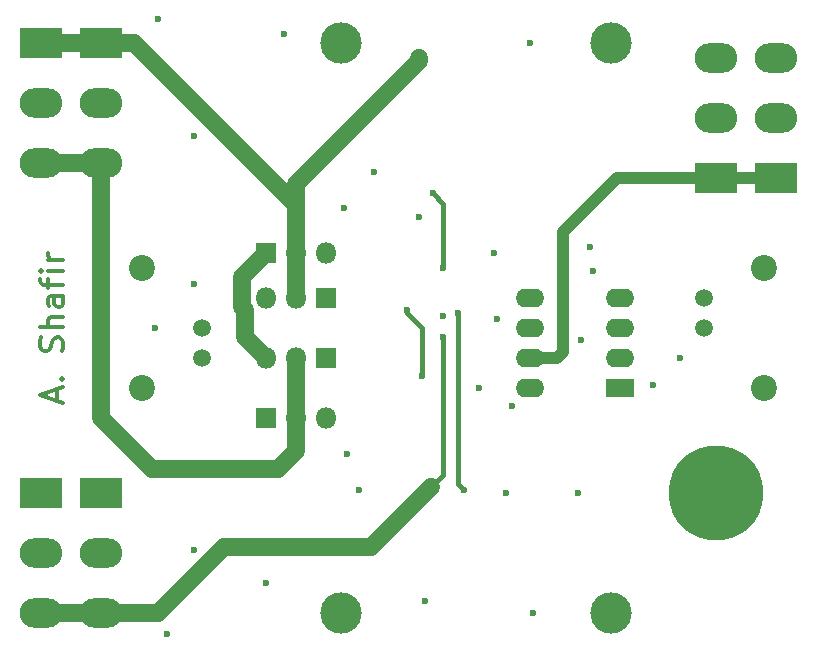
<source format=gbr>
G04 #@! TF.FileFunction,Copper,L2,Inr,Signal*
%FSLAX46Y46*%
G04 Gerber Fmt 4.6, Leading zero omitted, Abs format (unit mm)*
G04 Created by KiCad (PCBNEW 4.0.2-stable) date 10/6/2017 5:38:16 PM*
%MOMM*%
G01*
G04 APERTURE LIST*
%ADD10C,0.100000*%
%ADD11C,0.300000*%
%ADD12C,1.500000*%
%ADD13C,2.200000*%
%ADD14O,3.600000X2.500000*%
%ADD15R,3.600000X2.500000*%
%ADD16R,1.800000X1.800000*%
%ADD17O,1.800000X1.800000*%
%ADD18R,2.400000X1.600000*%
%ADD19O,2.400000X1.600000*%
%ADD20C,8.000000*%
%ADD21C,3.500000*%
%ADD22C,0.600000*%
%ADD23C,1.000000*%
%ADD24C,0.400000*%
%ADD25C,1.500000*%
G04 APERTURE END LIST*
D10*
D11*
X153749333Y-186482858D02*
X153749333Y-185530477D01*
X154320762Y-186673334D02*
X152320762Y-186006667D01*
X154320762Y-185340000D01*
X154130286Y-184673334D02*
X154225524Y-184578095D01*
X154320762Y-184673334D01*
X154225524Y-184768572D01*
X154130286Y-184673334D01*
X154320762Y-184673334D01*
X154225524Y-182292381D02*
X154320762Y-182006666D01*
X154320762Y-181530476D01*
X154225524Y-181340000D01*
X154130286Y-181244762D01*
X153939810Y-181149523D01*
X153749333Y-181149523D01*
X153558857Y-181244762D01*
X153463619Y-181340000D01*
X153368381Y-181530476D01*
X153273143Y-181911428D01*
X153177905Y-182101904D01*
X153082667Y-182197143D01*
X152892190Y-182292381D01*
X152701714Y-182292381D01*
X152511238Y-182197143D01*
X152416000Y-182101904D01*
X152320762Y-181911428D01*
X152320762Y-181435238D01*
X152416000Y-181149523D01*
X154320762Y-180292381D02*
X152320762Y-180292381D01*
X154320762Y-179435238D02*
X153273143Y-179435238D01*
X153082667Y-179530476D01*
X152987429Y-179720952D01*
X152987429Y-180006666D01*
X153082667Y-180197142D01*
X153177905Y-180292381D01*
X154320762Y-177625714D02*
X153273143Y-177625714D01*
X153082667Y-177720952D01*
X152987429Y-177911428D01*
X152987429Y-178292380D01*
X153082667Y-178482857D01*
X154225524Y-177625714D02*
X154320762Y-177816190D01*
X154320762Y-178292380D01*
X154225524Y-178482857D01*
X154035048Y-178578095D01*
X153844571Y-178578095D01*
X153654095Y-178482857D01*
X153558857Y-178292380D01*
X153558857Y-177816190D01*
X153463619Y-177625714D01*
X152987429Y-176959047D02*
X152987429Y-176197142D01*
X154320762Y-176673333D02*
X152606476Y-176673333D01*
X152416000Y-176578094D01*
X152320762Y-176387618D01*
X152320762Y-176197142D01*
X154320762Y-175530476D02*
X152987429Y-175530476D01*
X152320762Y-175530476D02*
X152416000Y-175625714D01*
X152511238Y-175530476D01*
X152416000Y-175435237D01*
X152320762Y-175530476D01*
X152511238Y-175530476D01*
X154320762Y-174578095D02*
X152987429Y-174578095D01*
X153368381Y-174578095D02*
X153177905Y-174482856D01*
X153082667Y-174387618D01*
X152987429Y-174197142D01*
X152987429Y-174006666D01*
D12*
X208600000Y-180340000D03*
X208600000Y-177800000D03*
D13*
X213680000Y-175260000D03*
X213680000Y-185420000D03*
D14*
X214630000Y-157480000D03*
X214630000Y-162560000D03*
D15*
X214630000Y-167640000D03*
X209550000Y-167640000D03*
D14*
X209550000Y-162560000D03*
X209550000Y-157480000D03*
X152400000Y-166370000D03*
X152400000Y-161290000D03*
D15*
X152400000Y-156210000D03*
X157480000Y-156210000D03*
D14*
X157480000Y-161290000D03*
X157480000Y-166370000D03*
X152400000Y-204470000D03*
X152400000Y-199390000D03*
D15*
X152400000Y-194310000D03*
X157480000Y-194310000D03*
D14*
X157480000Y-199390000D03*
X157480000Y-204470000D03*
D12*
X166050000Y-180340000D03*
X166050000Y-182880000D03*
D13*
X160970000Y-185420000D03*
X160970000Y-175260000D03*
D16*
X171450000Y-173990000D03*
D17*
X173990000Y-173990000D03*
X176530000Y-173990000D03*
D16*
X171450000Y-187960000D03*
D17*
X173990000Y-187960000D03*
X176530000Y-187960000D03*
D16*
X176530000Y-177800000D03*
D17*
X173990000Y-177800000D03*
X171450000Y-177800000D03*
D16*
X176530000Y-182880000D03*
D17*
X173990000Y-182880000D03*
X171450000Y-182880000D03*
D18*
X201422000Y-185420000D03*
D19*
X193802000Y-177800000D03*
X201422000Y-182880000D03*
X193802000Y-180340000D03*
X201422000Y-180340000D03*
X193802000Y-182880000D03*
X201422000Y-177800000D03*
X193802000Y-185420000D03*
D20*
X209550000Y-194310000D03*
D21*
X200660000Y-156210000D03*
X177800000Y-156210000D03*
X200660000Y-204470000D03*
X177800000Y-204470000D03*
D22*
X165354000Y-199136000D03*
X197866000Y-194310000D03*
X191770000Y-194310000D03*
X198120000Y-181356000D03*
X165354000Y-164084000D03*
X162052000Y-180340000D03*
X165354000Y-176657000D03*
X194056000Y-204470000D03*
X163068000Y-206248000D03*
X162306000Y-154178000D03*
X193802000Y-156210000D03*
X172974000Y-155448000D03*
X171450000Y-201930000D03*
X179324000Y-194056000D03*
X178308000Y-191008000D03*
X180594000Y-167132000D03*
X178054000Y-170180000D03*
X184404000Y-170942000D03*
X189484000Y-185420000D03*
X190754000Y-173990000D03*
X191008000Y-179578000D03*
X186436000Y-179324000D03*
X198882000Y-173482000D03*
X199136000Y-175514000D03*
X204216000Y-185166000D03*
X206502000Y-182880000D03*
X192278000Y-186944000D03*
X185572400Y-168960800D03*
X186436000Y-175260000D03*
X185420000Y-193802000D03*
X186436000Y-181102000D03*
X188214000Y-194056000D03*
X187706000Y-179070000D03*
X184658000Y-184404000D03*
X183388000Y-178816000D03*
X184404000Y-157480000D03*
X184912000Y-203454000D03*
D23*
X209550000Y-167640000D02*
X214630000Y-167640000D01*
X193802000Y-182880000D02*
X196088000Y-182880000D01*
X196088000Y-182880000D02*
X196596000Y-182372000D01*
X196596000Y-182372000D02*
X196596000Y-172212000D01*
X196596000Y-172212000D02*
X201168000Y-167640000D01*
X201168000Y-167640000D02*
X209550000Y-167640000D01*
D24*
X186436000Y-175260000D02*
X186436000Y-169824400D01*
X186436000Y-169824400D02*
X185572400Y-168960800D01*
D25*
X157480000Y-204470000D02*
X152400000Y-204470000D01*
X185420000Y-193802000D02*
X180340000Y-198882000D01*
X180340000Y-198882000D02*
X167894000Y-198882000D01*
X167894000Y-198882000D02*
X162306000Y-204470000D01*
X162306000Y-204470000D02*
X157480000Y-204470000D01*
D24*
X186436000Y-181102000D02*
X186436000Y-192786000D01*
X186436000Y-192786000D02*
X185420000Y-193802000D01*
X187706000Y-179070000D02*
X187706000Y-193548000D01*
X187706000Y-193548000D02*
X188214000Y-194056000D01*
X183388000Y-178816000D02*
X183388000Y-179070000D01*
X183388000Y-179070000D02*
X184658000Y-180340000D01*
X184658000Y-180340000D02*
X184658000Y-184404000D01*
D25*
X171450000Y-173990000D02*
X169418000Y-176022000D01*
X169672000Y-181102000D02*
X171450000Y-182880000D01*
X169672000Y-178816000D02*
X169672000Y-181102000D01*
X169418000Y-178562000D02*
X169672000Y-178816000D01*
X169418000Y-176022000D02*
X169418000Y-178562000D01*
X173990000Y-169926000D02*
X173990000Y-168148000D01*
X173990000Y-168148000D02*
X184404000Y-157734000D01*
X184404000Y-157734000D02*
X184404000Y-157480000D01*
X173990000Y-173990000D02*
X173990000Y-177800000D01*
X157480000Y-156210000D02*
X160274000Y-156210000D01*
X160274000Y-156210000D02*
X173990000Y-169926000D01*
X173990000Y-169926000D02*
X173990000Y-173990000D01*
X152400000Y-156210000D02*
X157480000Y-156210000D01*
X157480000Y-166370000D02*
X152400000Y-166370000D01*
X173990000Y-187960000D02*
X173990000Y-190754000D01*
X173990000Y-190754000D02*
X172466000Y-192278000D01*
X172466000Y-192278000D02*
X161798000Y-192278000D01*
X161798000Y-192278000D02*
X157480000Y-187960000D01*
X157480000Y-187960000D02*
X157480000Y-166370000D01*
X173990000Y-182880000D02*
X173990000Y-187960000D01*
M02*

</source>
